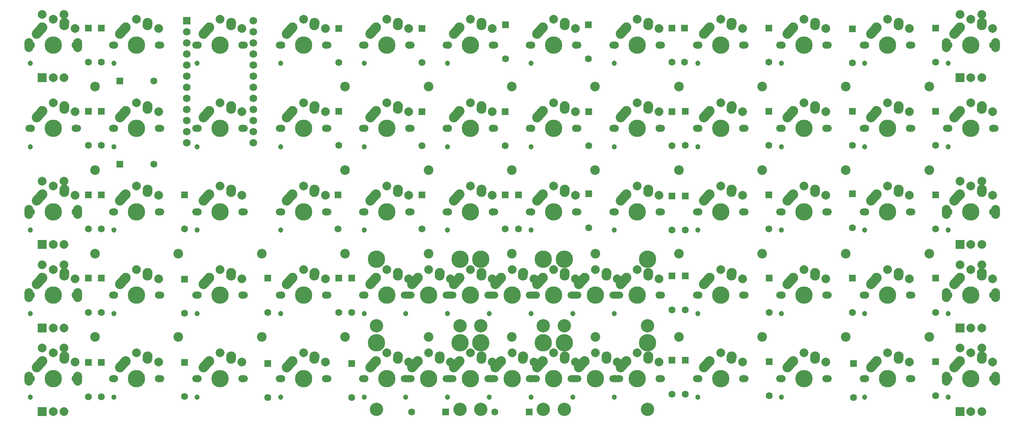
<source format=gts>
G04 #@! TF.GenerationSoftware,KiCad,Pcbnew,7.0.2-0*
G04 #@! TF.CreationDate,2024-02-01T11:31:52+01:00*
G04 #@! TF.ProjectId,CYOA_Ortho,43594f41-5f4f-4727-9468-6f2e6b696361,rev?*
G04 #@! TF.SameCoordinates,Original*
G04 #@! TF.FileFunction,Soldermask,Top*
G04 #@! TF.FilePolarity,Negative*
%FSLAX46Y46*%
G04 Gerber Fmt 4.6, Leading zero omitted, Abs format (unit mm)*
G04 Created by KiCad (PCBNEW 7.0.2-0) date 2024-02-01 11:31:52*
%MOMM*%
%LPD*%
G01*
G04 APERTURE LIST*
G04 Aperture macros list*
%AMHorizOval*
0 Thick line with rounded ends*
0 $1 width*
0 $2 $3 position (X,Y) of the first rounded end (center of the circle)*
0 $4 $5 position (X,Y) of the second rounded end (center of the circle)*
0 Add line between two ends*
20,1,$1,$2,$3,$4,$5,0*
0 Add two circle primitives to create the rounded ends*
1,1,$1,$2,$3*
1,1,$1,$4,$5*%
G04 Aperture macros list end*
%ADD10R,1.600000X1.600000*%
%ADD11C,1.600000*%
%ADD12C,1.700000*%
%ADD13C,1.200000*%
%ADD14C,1.750000*%
%ADD15C,3.987800*%
%ADD16HorizOval,2.250000X0.019771X0.290016X-0.019771X-0.290016X0*%
%ADD17C,2.250000*%
%ADD18C,2.000000*%
%ADD19HorizOval,2.250000X0.654995X0.730004X-0.654995X-0.730004X0*%
%ADD20O,2.000000X3.200000*%
%ADD21R,2.000000X2.000000*%
%ADD22C,2.200000*%
%ADD23C,3.048000*%
%ADD24R,1.752600X1.752600*%
%ADD25C,1.752600*%
G04 APERTURE END LIST*
D10*
X75438000Y-118020000D03*
D11*
X75438000Y-125820000D03*
D12*
X116262500Y-102662500D03*
D13*
X116542500Y-106862500D03*
D14*
X116682500Y-102662500D03*
D15*
X121762500Y-102662500D03*
D14*
X126842500Y-102662500D03*
D12*
X127262500Y-102662500D03*
D16*
X124282271Y-97872484D03*
D17*
X124302500Y-97582500D03*
D18*
X126762500Y-98862500D03*
D19*
X118607495Y-99392496D03*
D17*
X119262500Y-98662500D03*
D18*
X121762500Y-96762500D03*
D20*
X249862500Y-83562500D03*
X261062500Y-83562500D03*
D21*
X252962500Y-91062500D03*
D18*
X257962500Y-91062500D03*
X255462500Y-91062500D03*
X257962500Y-76562500D03*
X252962500Y-76562500D03*
D10*
X75438000Y-98970000D03*
D11*
X75438000Y-106770000D03*
D12*
X249962500Y-64462500D03*
D13*
X250242500Y-68662500D03*
D14*
X250382500Y-64462500D03*
D15*
X255462500Y-64462500D03*
D14*
X260542500Y-64462500D03*
D12*
X260962500Y-64462500D03*
D16*
X257982271Y-59672484D03*
D17*
X258002500Y-59382500D03*
D18*
X260462500Y-60662500D03*
D19*
X252307495Y-61192496D03*
D17*
X252962500Y-60462500D03*
D18*
X255462500Y-58562500D03*
D12*
X58962500Y-121762500D03*
D13*
X59242500Y-125962500D03*
D14*
X59382500Y-121762500D03*
D15*
X64462500Y-121762500D03*
D14*
X69542500Y-121762500D03*
D12*
X69962500Y-121762500D03*
D16*
X66982271Y-116972484D03*
D17*
X67002500Y-116682500D03*
D18*
X69462500Y-117962500D03*
D19*
X61307495Y-118492496D03*
D17*
X61962500Y-117762500D03*
D18*
X64462500Y-115862500D03*
D10*
X56400000Y-41462500D03*
D11*
X56400000Y-49262500D03*
D12*
X135362500Y-45362500D03*
D13*
X135642500Y-49562500D03*
D14*
X135782500Y-45362500D03*
D15*
X140862500Y-45362500D03*
D14*
X145942500Y-45362500D03*
D12*
X146362500Y-45362500D03*
D16*
X143382271Y-40572484D03*
D17*
X143402500Y-40282500D03*
D18*
X145862500Y-41562500D03*
D19*
X137707495Y-42092496D03*
D17*
X138362500Y-41362500D03*
D18*
X140862500Y-39462500D03*
D22*
X207712500Y-74012500D03*
D12*
X78062500Y-102662500D03*
D13*
X78342500Y-106862500D03*
D14*
X78482500Y-102662500D03*
D15*
X83562500Y-102662500D03*
D14*
X88642500Y-102662500D03*
D12*
X89062500Y-102662500D03*
D16*
X86082271Y-97872484D03*
D17*
X86102500Y-97582500D03*
D18*
X88562500Y-98862500D03*
D19*
X80407495Y-99392496D03*
D17*
X81062500Y-98662500D03*
D18*
X83562500Y-96762500D03*
D22*
X226800000Y-112212500D03*
X74025000Y-93112500D03*
D10*
X187000000Y-117512000D03*
D11*
X187000000Y-125312000D03*
D10*
X135200000Y-129400000D03*
D11*
X127400000Y-129400000D03*
D10*
X228300000Y-79412000D03*
D11*
X228300000Y-87212000D03*
D20*
X249862500Y-121762500D03*
X261062500Y-121762500D03*
D21*
X252962500Y-129262500D03*
D18*
X257962500Y-129262500D03*
X255462500Y-129262500D03*
X257962500Y-114762500D03*
X252962500Y-114762500D03*
D22*
X207712500Y-93112500D03*
D10*
X247400000Y-60562500D03*
D11*
X247400000Y-68362500D03*
D22*
X54912500Y-112212500D03*
D12*
X249962500Y-121762500D03*
D13*
X250242500Y-125962500D03*
D14*
X250382500Y-121762500D03*
D15*
X255462500Y-121762500D03*
D14*
X260542500Y-121762500D03*
D12*
X260962500Y-121762500D03*
D16*
X257982271Y-116972484D03*
D17*
X258002500Y-116682500D03*
D18*
X260462500Y-117962500D03*
D19*
X252307495Y-118492496D03*
D17*
X252962500Y-117762500D03*
D18*
X255462500Y-115862500D03*
D12*
X116262500Y-64462500D03*
D13*
X116542500Y-68662500D03*
D14*
X116682500Y-64462500D03*
D15*
X121762500Y-64462500D03*
D14*
X126842500Y-64462500D03*
D12*
X127262500Y-64462500D03*
D16*
X124282271Y-59672484D03*
D17*
X124302500Y-59382500D03*
D18*
X126762500Y-60662500D03*
D19*
X118607495Y-61192496D03*
D17*
X119262500Y-60462500D03*
D18*
X121762500Y-58562500D03*
D12*
X192662500Y-102662500D03*
D13*
X192942500Y-106862500D03*
D14*
X193082500Y-102662500D03*
D15*
X198162500Y-102662500D03*
D14*
X203242500Y-102662500D03*
D12*
X203662500Y-102662500D03*
D16*
X200682271Y-97872484D03*
D17*
X200702500Y-97582500D03*
D18*
X203162500Y-98862500D03*
D19*
X195007495Y-99392496D03*
D17*
X195662500Y-98662500D03*
D18*
X198162500Y-96762500D03*
D15*
X119374500Y-113507500D03*
D23*
X119374500Y-128747500D03*
D12*
X125812500Y-121762500D03*
D13*
X126092500Y-125962500D03*
D14*
X126232500Y-121762500D03*
D15*
X131312500Y-121762500D03*
D14*
X136392500Y-121762500D03*
D12*
X136812500Y-121762500D03*
D15*
X143250500Y-113507500D03*
D23*
X143250500Y-128747500D03*
D19*
X128157495Y-118492496D03*
D17*
X128812500Y-117762500D03*
D18*
X131312500Y-115862500D03*
D16*
X133832271Y-116972484D03*
D17*
X133852500Y-116682500D03*
D18*
X136312500Y-117962500D03*
D12*
X173562500Y-102662500D03*
D13*
X173842500Y-106862500D03*
D14*
X173982500Y-102662500D03*
D15*
X179062500Y-102662500D03*
D14*
X184142500Y-102662500D03*
D12*
X184562500Y-102662500D03*
D16*
X181582271Y-97872484D03*
D17*
X181602500Y-97582500D03*
D18*
X184062500Y-98862500D03*
D19*
X175907495Y-99392496D03*
D17*
X176562500Y-98662500D03*
D18*
X179062500Y-96762500D03*
D10*
X148844000Y-79666000D03*
D11*
X148844000Y-87466000D03*
D10*
X247400000Y-117862500D03*
D11*
X247400000Y-125662500D03*
D10*
X190100000Y-98208000D03*
D11*
X190100000Y-106008000D03*
D10*
X53400000Y-118068750D03*
D11*
X53400000Y-125868750D03*
D12*
X230862500Y-64462500D03*
D13*
X231142500Y-68662500D03*
D14*
X231282500Y-64462500D03*
D15*
X236362500Y-64462500D03*
D14*
X241442500Y-64462500D03*
D12*
X241862500Y-64462500D03*
D16*
X238882271Y-59672484D03*
D17*
X238902500Y-59382500D03*
D18*
X241362500Y-60662500D03*
D19*
X233207495Y-61192496D03*
D17*
X233862500Y-60462500D03*
D18*
X236362500Y-58562500D03*
D10*
X53400000Y-79662500D03*
D11*
X53400000Y-87462500D03*
D10*
X53400000Y-41462500D03*
D11*
X53400000Y-49262500D03*
D10*
X129794000Y-79666000D03*
D11*
X129794000Y-87466000D03*
D22*
X112200000Y-74012500D03*
X169512500Y-112212500D03*
X112200000Y-54912500D03*
D12*
X97162500Y-83562500D03*
D13*
X97442500Y-87762500D03*
D14*
X97582500Y-83562500D03*
D15*
X102662500Y-83562500D03*
D14*
X107742500Y-83562500D03*
D12*
X108162500Y-83562500D03*
D16*
X105182271Y-78772484D03*
D17*
X105202500Y-78482500D03*
D18*
X107662500Y-79762500D03*
D19*
X99507495Y-80292496D03*
D17*
X100162500Y-79562500D03*
D18*
X102662500Y-77662500D03*
D12*
X230862500Y-45362500D03*
D13*
X231142500Y-49562500D03*
D14*
X231282500Y-45362500D03*
D15*
X236362500Y-45362500D03*
D14*
X241442500Y-45362500D03*
D12*
X241862500Y-45362500D03*
D16*
X238882271Y-40572484D03*
D17*
X238902500Y-40282500D03*
D18*
X241362500Y-41562500D03*
D19*
X233207495Y-42092496D03*
D17*
X233862500Y-41362500D03*
D18*
X236362500Y-39462500D03*
D12*
X154462500Y-121762500D03*
D13*
X154742500Y-125962500D03*
D14*
X154882500Y-121762500D03*
D15*
X159962500Y-121762500D03*
D14*
X165042500Y-121762500D03*
D12*
X165462500Y-121762500D03*
D16*
X162482271Y-116972484D03*
D17*
X162502500Y-116682500D03*
D18*
X164962500Y-117962500D03*
D19*
X156807495Y-118492496D03*
D17*
X157462500Y-117762500D03*
D18*
X159962500Y-115862500D03*
D12*
X39862500Y-64462500D03*
D13*
X40142500Y-68662500D03*
D14*
X40282500Y-64462500D03*
D15*
X45362500Y-64462500D03*
D14*
X50442500Y-64462500D03*
D12*
X50862500Y-64462500D03*
D16*
X47882271Y-59672484D03*
D17*
X47902500Y-59382500D03*
D18*
X50362500Y-60662500D03*
D19*
X42207495Y-61192496D03*
D17*
X42862500Y-60462500D03*
D18*
X45362500Y-58562500D03*
D22*
X169418000Y-74012500D03*
D12*
X154462500Y-102662500D03*
D13*
X154742500Y-106862500D03*
D14*
X154882500Y-102662500D03*
D15*
X159962500Y-102662500D03*
D14*
X165042500Y-102662500D03*
D12*
X165462500Y-102662500D03*
D16*
X162482271Y-97872484D03*
D17*
X162502500Y-97582500D03*
D18*
X164962500Y-98862500D03*
D19*
X156807495Y-99392496D03*
D17*
X157462500Y-98662500D03*
D18*
X159962500Y-96762500D03*
D12*
X211762500Y-64462500D03*
D13*
X212042500Y-68662500D03*
D14*
X212182500Y-64462500D03*
D15*
X217262500Y-64462500D03*
D14*
X222342500Y-64462500D03*
D12*
X222762500Y-64462500D03*
D16*
X219782271Y-59672484D03*
D17*
X219802500Y-59382500D03*
D18*
X222262500Y-60662500D03*
D19*
X214107495Y-61192496D03*
D17*
X214762500Y-60462500D03*
D18*
X217262500Y-58562500D03*
D10*
X110700000Y-98762500D03*
D11*
X110700000Y-106562500D03*
D10*
X154300000Y-129400000D03*
D11*
X146500000Y-129400000D03*
D12*
X78062500Y-64462500D03*
D13*
X78342500Y-68662500D03*
D14*
X78482500Y-64462500D03*
D15*
X83562500Y-64462500D03*
D14*
X88642500Y-64462500D03*
D12*
X89062500Y-64462500D03*
D16*
X86082271Y-59672484D03*
D17*
X86102500Y-59382500D03*
D18*
X88562500Y-60662500D03*
D19*
X80407495Y-61192496D03*
D17*
X81062500Y-60462500D03*
D18*
X83562500Y-58562500D03*
D12*
X211762500Y-45362500D03*
D13*
X212042500Y-49562500D03*
D14*
X212182500Y-45362500D03*
D15*
X217262500Y-45362500D03*
D14*
X222342500Y-45362500D03*
D12*
X222762500Y-45362500D03*
D16*
X219782271Y-40572484D03*
D17*
X219802500Y-40282500D03*
D18*
X222262500Y-41562500D03*
D19*
X214107495Y-42092496D03*
D17*
X214762500Y-41362500D03*
D18*
X217262500Y-39462500D03*
D10*
X56400000Y-60562500D03*
D11*
X56400000Y-68362500D03*
D22*
X226800000Y-74012500D03*
D10*
X53400000Y-98762500D03*
D11*
X53400000Y-106562500D03*
D22*
X245912500Y-93112500D03*
D10*
X247400000Y-98762500D03*
D11*
X247400000Y-106562500D03*
D22*
X54912500Y-74012500D03*
D10*
X209200000Y-41462500D03*
D11*
X209200000Y-49262500D03*
D12*
X39862500Y-121762500D03*
D13*
X40142500Y-125962500D03*
D14*
X40282500Y-121762500D03*
D15*
X45362500Y-121762500D03*
D14*
X50442500Y-121762500D03*
D12*
X50862500Y-121762500D03*
D16*
X47882271Y-116972484D03*
D17*
X47902500Y-116682500D03*
D18*
X50362500Y-117962500D03*
D19*
X42207495Y-118492496D03*
D17*
X42862500Y-117762500D03*
D18*
X45362500Y-115862500D03*
D12*
X97162500Y-45362500D03*
D13*
X97442500Y-49562500D03*
D14*
X97582500Y-45362500D03*
D15*
X102662500Y-45362500D03*
D14*
X107742500Y-45362500D03*
D12*
X108162500Y-45362500D03*
D16*
X105182271Y-40572484D03*
D17*
X105202500Y-40282500D03*
D18*
X107662500Y-41562500D03*
D19*
X99507495Y-42092496D03*
D17*
X100162500Y-41362500D03*
D18*
X102662500Y-39462500D03*
D12*
X173562500Y-64462500D03*
D13*
X173842500Y-68662500D03*
D14*
X173982500Y-64462500D03*
D15*
X179062500Y-64462500D03*
D14*
X184142500Y-64462500D03*
D12*
X184562500Y-64462500D03*
D16*
X181582271Y-59672484D03*
D17*
X181602500Y-59382500D03*
D18*
X184062500Y-60662500D03*
D19*
X175907495Y-61192496D03*
D17*
X176562500Y-60462500D03*
D18*
X179062500Y-58562500D03*
D22*
X150400000Y-112212500D03*
D12*
X116262500Y-45362500D03*
D13*
X116542500Y-49562500D03*
D14*
X116682500Y-45362500D03*
D15*
X121762500Y-45362500D03*
D14*
X126842500Y-45362500D03*
D12*
X127262500Y-45362500D03*
D16*
X124282271Y-40572484D03*
D17*
X124302500Y-40282500D03*
D18*
X126762500Y-41562500D03*
D19*
X118607495Y-42092496D03*
D17*
X119262500Y-41362500D03*
D18*
X121762500Y-39462500D03*
D22*
X93112500Y-112212500D03*
D12*
X135362500Y-64462500D03*
D13*
X135642500Y-68662500D03*
D14*
X135782500Y-64462500D03*
D15*
X140862500Y-64462500D03*
D14*
X145942500Y-64462500D03*
D12*
X146362500Y-64462500D03*
D16*
X143382271Y-59672484D03*
D17*
X143402500Y-59382500D03*
D18*
X145862500Y-60662500D03*
D19*
X137707495Y-61192496D03*
D17*
X138362500Y-60462500D03*
D18*
X140862500Y-58562500D03*
D22*
X131312500Y-74012500D03*
D10*
X167900000Y-40700000D03*
D11*
X167900000Y-48500000D03*
D12*
X39862500Y-102662500D03*
D13*
X40142500Y-106862500D03*
D14*
X40282500Y-102662500D03*
D15*
X45362500Y-102662500D03*
D14*
X50442500Y-102662500D03*
D12*
X50862500Y-102662500D03*
D16*
X47882271Y-97872484D03*
D17*
X47902500Y-97582500D03*
D18*
X50362500Y-98862500D03*
D19*
X42207495Y-99392496D03*
D17*
X42862500Y-98662500D03*
D18*
X45362500Y-96762500D03*
D22*
X169512500Y-93112500D03*
D12*
X116262500Y-83562500D03*
D13*
X116542500Y-87762500D03*
D14*
X116682500Y-83562500D03*
D15*
X121762500Y-83562500D03*
D14*
X126842500Y-83562500D03*
D12*
X127262500Y-83562500D03*
D16*
X124282271Y-78772484D03*
D17*
X124302500Y-78482500D03*
D18*
X126762500Y-79762500D03*
D19*
X118607495Y-80292496D03*
D17*
X119262500Y-79562500D03*
D18*
X121762500Y-77662500D03*
D10*
X228300000Y-60562500D03*
D11*
X228300000Y-68362500D03*
D12*
X192662500Y-45362500D03*
D13*
X192942500Y-49562500D03*
D14*
X193082500Y-45362500D03*
D15*
X198162500Y-45362500D03*
D14*
X203242500Y-45362500D03*
D12*
X203662500Y-45362500D03*
D16*
X200682271Y-40572484D03*
D17*
X200702500Y-40282500D03*
D18*
X203162500Y-41562500D03*
D19*
X195007495Y-42092496D03*
D17*
X195662500Y-41362500D03*
D18*
X198162500Y-39462500D03*
D22*
X245912500Y-54912500D03*
D12*
X58962500Y-83562500D03*
D13*
X59242500Y-87762500D03*
D14*
X59382500Y-83562500D03*
D15*
X64462500Y-83562500D03*
D14*
X69542500Y-83562500D03*
D12*
X69962500Y-83562500D03*
D16*
X66982271Y-78772484D03*
D17*
X67002500Y-78482500D03*
D18*
X69462500Y-79762500D03*
D19*
X61307495Y-80292496D03*
D17*
X61962500Y-79562500D03*
D18*
X64462500Y-77662500D03*
D22*
X169418000Y-54912500D03*
X131312500Y-112212500D03*
D10*
X168000000Y-60616000D03*
D11*
X168000000Y-68416000D03*
D10*
X209318250Y-98762500D03*
D11*
X209318250Y-106562500D03*
D22*
X150400000Y-74012500D03*
D10*
X190100000Y-117512000D03*
D11*
X190100000Y-125312000D03*
D22*
X112200000Y-93112500D03*
D10*
X60616000Y-53594000D03*
D11*
X68416000Y-53594000D03*
D22*
X207712500Y-54912500D03*
D10*
X110600000Y-79662500D03*
D11*
X110600000Y-87462500D03*
D22*
X245912500Y-112212500D03*
D10*
X56400000Y-79662500D03*
D11*
X56400000Y-87462500D03*
D15*
X157574500Y-113507500D03*
D23*
X157574500Y-128747500D03*
D12*
X164012500Y-121762500D03*
D13*
X164292500Y-125962500D03*
D14*
X164432500Y-121762500D03*
D15*
X169512500Y-121762500D03*
D14*
X174592500Y-121762500D03*
D12*
X175012500Y-121762500D03*
D15*
X181450500Y-113507500D03*
D23*
X181450500Y-128747500D03*
D19*
X166357495Y-118492496D03*
D17*
X167012500Y-117762500D03*
D18*
X169512500Y-115862500D03*
D16*
X172032271Y-116972484D03*
D17*
X172052500Y-116682500D03*
D18*
X174512500Y-117962500D03*
D12*
X58962500Y-45362500D03*
D13*
X59242500Y-49562500D03*
D14*
X59382500Y-45362500D03*
D15*
X64462500Y-45362500D03*
D14*
X69542500Y-45362500D03*
D12*
X69962500Y-45362500D03*
D16*
X66982271Y-40572484D03*
D17*
X67002500Y-40282500D03*
D18*
X69462500Y-41562500D03*
D19*
X61307495Y-42092496D03*
D17*
X61962500Y-41362500D03*
D18*
X64462500Y-39462500D03*
D12*
X97162500Y-64462500D03*
D13*
X97442500Y-68662500D03*
D14*
X97582500Y-64462500D03*
D15*
X102662500Y-64462500D03*
D14*
X107742500Y-64462500D03*
D12*
X108162500Y-64462500D03*
D16*
X105182271Y-59672484D03*
D17*
X105202500Y-59382500D03*
D18*
X107662500Y-60662500D03*
D19*
X99507495Y-61192496D03*
D17*
X100162500Y-60462500D03*
D18*
X102662500Y-58562500D03*
D15*
X138474500Y-94407500D03*
D23*
X138474500Y-109647500D03*
D12*
X144912500Y-102662500D03*
D13*
X145192500Y-106862500D03*
D14*
X145332500Y-102662500D03*
D15*
X150412500Y-102662500D03*
D14*
X155492500Y-102662500D03*
D12*
X155912500Y-102662500D03*
D15*
X162350500Y-94407500D03*
D23*
X162350500Y-109647500D03*
D19*
X147257495Y-99392496D03*
D17*
X147912500Y-98662500D03*
D18*
X150412500Y-96762500D03*
D16*
X152932271Y-97872484D03*
D17*
X152952500Y-97582500D03*
D18*
X155412500Y-98862500D03*
D15*
X157574500Y-94407500D03*
D23*
X157574500Y-109647500D03*
D12*
X164012500Y-102662500D03*
D13*
X164292500Y-106862500D03*
D14*
X164432500Y-102662500D03*
D15*
X169512500Y-102662500D03*
D14*
X174592500Y-102662500D03*
D12*
X175012500Y-102662500D03*
D15*
X181450500Y-94407500D03*
D23*
X181450500Y-109647500D03*
D19*
X166357495Y-99392496D03*
D17*
X167012500Y-98662500D03*
D18*
X169512500Y-96762500D03*
D16*
X172032271Y-97872484D03*
D17*
X172052500Y-97582500D03*
D18*
X174512500Y-98862500D03*
D10*
X187000000Y-79920000D03*
D11*
X187000000Y-87720000D03*
D12*
X211762500Y-102662500D03*
D13*
X212042500Y-106862500D03*
D14*
X212182500Y-102662500D03*
D15*
X217262500Y-102662500D03*
D14*
X222342500Y-102662500D03*
D12*
X222762500Y-102662500D03*
D16*
X219782271Y-97872484D03*
D17*
X219802500Y-97582500D03*
D18*
X222262500Y-98862500D03*
D19*
X214107495Y-99392496D03*
D17*
X214762500Y-98662500D03*
D18*
X217262500Y-96762500D03*
D22*
X245912500Y-74012500D03*
X226800000Y-54912500D03*
D12*
X78062500Y-83562500D03*
D13*
X78342500Y-87762500D03*
D14*
X78482500Y-83562500D03*
D15*
X83562500Y-83562500D03*
D14*
X88642500Y-83562500D03*
D12*
X89062500Y-83562500D03*
D16*
X86082271Y-78772484D03*
D17*
X86102500Y-78482500D03*
D18*
X88562500Y-79762500D03*
D19*
X80407495Y-80292496D03*
D17*
X81062500Y-79562500D03*
D18*
X83562500Y-77662500D03*
D12*
X97162500Y-102662500D03*
D13*
X97442500Y-106862500D03*
D14*
X97582500Y-102662500D03*
D15*
X102662500Y-102662500D03*
D14*
X107742500Y-102662500D03*
D12*
X108162500Y-102662500D03*
D16*
X105182271Y-97872484D03*
D17*
X105202500Y-97582500D03*
D18*
X107662500Y-98862500D03*
D19*
X99507495Y-99392496D03*
D17*
X100162500Y-98662500D03*
D18*
X102662500Y-96762500D03*
D12*
X135362500Y-102662500D03*
D13*
X135642500Y-106862500D03*
D14*
X135782500Y-102662500D03*
D15*
X140862500Y-102662500D03*
D14*
X145942500Y-102662500D03*
D12*
X146362500Y-102662500D03*
D16*
X143382271Y-97872484D03*
D17*
X143402500Y-97582500D03*
D18*
X145862500Y-98862500D03*
D19*
X137707495Y-99392496D03*
D17*
X138362500Y-98662500D03*
D18*
X140862500Y-96762500D03*
D12*
X39862500Y-83562500D03*
D13*
X40142500Y-87762500D03*
D14*
X40282500Y-83562500D03*
D15*
X45362500Y-83562500D03*
D14*
X50442500Y-83562500D03*
D12*
X50862500Y-83562500D03*
D16*
X47882271Y-78772484D03*
D17*
X47902500Y-78482500D03*
D18*
X50362500Y-79762500D03*
D19*
X42207495Y-80292496D03*
D17*
X42862500Y-79562500D03*
D18*
X45362500Y-77662500D03*
D10*
X168000000Y-79412000D03*
D11*
X168000000Y-87212000D03*
D12*
X173562500Y-121762500D03*
D13*
X173842500Y-125962500D03*
D14*
X173982500Y-121762500D03*
D15*
X179062500Y-121762500D03*
D14*
X184142500Y-121762500D03*
D12*
X184562500Y-121762500D03*
D16*
X181582271Y-116972484D03*
D17*
X181602500Y-116682500D03*
D18*
X184062500Y-117962500D03*
D19*
X175907495Y-118492496D03*
D17*
X176562500Y-117762500D03*
D18*
X179062500Y-115862500D03*
D12*
X154462500Y-45362500D03*
D13*
X154742500Y-49562500D03*
D14*
X154882500Y-45362500D03*
D15*
X159962500Y-45362500D03*
D14*
X165042500Y-45362500D03*
D12*
X165462500Y-45362500D03*
D16*
X162482271Y-40572484D03*
D17*
X162502500Y-40282500D03*
D18*
X164962500Y-41562500D03*
D19*
X156807495Y-42092496D03*
D17*
X157462500Y-41362500D03*
D18*
X159962500Y-39462500D03*
D12*
X211762500Y-121762500D03*
D13*
X212042500Y-125962500D03*
D14*
X212182500Y-121762500D03*
D15*
X217262500Y-121762500D03*
D14*
X222342500Y-121762500D03*
D12*
X222762500Y-121762500D03*
D16*
X219782271Y-116972484D03*
D17*
X219802500Y-116682500D03*
D18*
X222262500Y-117962500D03*
D19*
X214107495Y-118492496D03*
D17*
X214762500Y-117762500D03*
D18*
X217262500Y-115862500D03*
D22*
X188600000Y-112212500D03*
D12*
X192662500Y-121762500D03*
D13*
X192942500Y-125962500D03*
D14*
X193082500Y-121762500D03*
D15*
X198162500Y-121762500D03*
D14*
X203242500Y-121762500D03*
D12*
X203662500Y-121762500D03*
D16*
X200682271Y-116972484D03*
D17*
X200702500Y-116682500D03*
D18*
X203162500Y-117962500D03*
D19*
X195007495Y-118492496D03*
D17*
X195662500Y-117762500D03*
D18*
X198162500Y-115862500D03*
D12*
X58962500Y-102662500D03*
D13*
X59242500Y-106862500D03*
D14*
X59382500Y-102662500D03*
D15*
X64462500Y-102662500D03*
D14*
X69542500Y-102662500D03*
D12*
X69962500Y-102662500D03*
D16*
X66982271Y-97872484D03*
D17*
X67002500Y-97582500D03*
D18*
X69462500Y-98862500D03*
D19*
X61307495Y-99392496D03*
D17*
X61962500Y-98662500D03*
D18*
X64462500Y-96762500D03*
D12*
X230862500Y-121762500D03*
D13*
X231142500Y-125962500D03*
D14*
X231282500Y-121762500D03*
D15*
X236362500Y-121762500D03*
D14*
X241442500Y-121762500D03*
D12*
X241862500Y-121762500D03*
D16*
X238882271Y-116972484D03*
D17*
X238902500Y-116682500D03*
D18*
X241362500Y-117962500D03*
D19*
X233207495Y-118492496D03*
D17*
X233862500Y-117762500D03*
D18*
X236362500Y-115862500D03*
D10*
X209318250Y-117862500D03*
D11*
X209318250Y-125662500D03*
D10*
X187000000Y-60616000D03*
D11*
X187000000Y-68416000D03*
D12*
X39862500Y-45362500D03*
D13*
X40142500Y-49562500D03*
D14*
X40282500Y-45362500D03*
D15*
X45362500Y-45362500D03*
D14*
X50442500Y-45362500D03*
D12*
X50862500Y-45362500D03*
D16*
X47882271Y-40572484D03*
D17*
X47902500Y-40282500D03*
D18*
X50362500Y-41562500D03*
D19*
X42207495Y-42092496D03*
D17*
X42862500Y-41362500D03*
D18*
X45362500Y-39462500D03*
D22*
X93112500Y-93112500D03*
D12*
X249962500Y-102662500D03*
D13*
X250242500Y-106862500D03*
D14*
X250382500Y-102662500D03*
D15*
X255462500Y-102662500D03*
D14*
X260542500Y-102662500D03*
D12*
X260962500Y-102662500D03*
D16*
X257982271Y-97872484D03*
D17*
X258002500Y-97582500D03*
D18*
X260462500Y-98862500D03*
D19*
X252307495Y-99392496D03*
D17*
X252962500Y-98662500D03*
D18*
X255462500Y-96762500D03*
D10*
X56400000Y-98762500D03*
D11*
X56400000Y-106562500D03*
D20*
X249862500Y-102662500D03*
X261062500Y-102662500D03*
D21*
X252962500Y-110162500D03*
D18*
X257962500Y-110162500D03*
X255462500Y-110162500D03*
X257962500Y-95662500D03*
X252962500Y-95662500D03*
D10*
X113700000Y-98762500D03*
D11*
X113700000Y-106562500D03*
D22*
X207712500Y-112212500D03*
X188600000Y-74012500D03*
D12*
X249962500Y-45362500D03*
D13*
X250242500Y-49562500D03*
D14*
X250382500Y-45362500D03*
D15*
X255462500Y-45362500D03*
D14*
X260542500Y-45362500D03*
D12*
X260962500Y-45362500D03*
D16*
X257982271Y-40572484D03*
D17*
X258002500Y-40282500D03*
D18*
X260462500Y-41562500D03*
D19*
X252307495Y-42092496D03*
D17*
X252962500Y-41362500D03*
D18*
X255462500Y-39462500D03*
D12*
X192662500Y-83562500D03*
D13*
X192942500Y-87762500D03*
D14*
X193082500Y-83562500D03*
D15*
X198162500Y-83562500D03*
D14*
X203242500Y-83562500D03*
D12*
X203662500Y-83562500D03*
D16*
X200682271Y-78772484D03*
D17*
X200702500Y-78482500D03*
D18*
X203162500Y-79762500D03*
D19*
X195007495Y-80292496D03*
D17*
X195662500Y-79562500D03*
D18*
X198162500Y-77662500D03*
D15*
X138474500Y-113507500D03*
D23*
X138474500Y-128747500D03*
D12*
X144912500Y-121762500D03*
D13*
X145192500Y-125962500D03*
D14*
X145332500Y-121762500D03*
D15*
X150412500Y-121762500D03*
D14*
X155492500Y-121762500D03*
D12*
X155912500Y-121762500D03*
D15*
X162350500Y-113507500D03*
D23*
X162350500Y-128747500D03*
D19*
X147257495Y-118492496D03*
D17*
X147912500Y-117762500D03*
D18*
X150412500Y-115862500D03*
D16*
X152932271Y-116972484D03*
D17*
X152952500Y-116682500D03*
D18*
X155412500Y-117962500D03*
D10*
X228554000Y-118274000D03*
D11*
X228554000Y-126074000D03*
D20*
X249862500Y-45362500D03*
X261062500Y-45362500D03*
D21*
X252962500Y-52862500D03*
D18*
X257962500Y-52862500D03*
X255462500Y-52862500D03*
X257962500Y-38362500D03*
X252962500Y-38362500D03*
D10*
X190100000Y-60562500D03*
D11*
X190100000Y-68362500D03*
D10*
X110744000Y-60562500D03*
D11*
X110744000Y-68362500D03*
D22*
X74025000Y-112212500D03*
D12*
X116262500Y-121762500D03*
D13*
X116542500Y-125962500D03*
D14*
X116682500Y-121762500D03*
D15*
X121762500Y-121762500D03*
D14*
X126842500Y-121762500D03*
D12*
X127262500Y-121762500D03*
D16*
X124282271Y-116972484D03*
D17*
X124302500Y-116682500D03*
D18*
X126762500Y-117962500D03*
D19*
X118607495Y-118492496D03*
D17*
X119262500Y-117762500D03*
D18*
X121762500Y-115862500D03*
D10*
X94488000Y-118274000D03*
D11*
X94488000Y-126074000D03*
D10*
X247400000Y-79662500D03*
D11*
X247400000Y-87462500D03*
D20*
X39762500Y-121762500D03*
X50962500Y-121762500D03*
D21*
X42862500Y-129262500D03*
D18*
X47862500Y-129262500D03*
X45362500Y-129262500D03*
X47862500Y-114762500D03*
X42862500Y-114762500D03*
D10*
X247400000Y-41462500D03*
D11*
X247400000Y-49262500D03*
D10*
X53400000Y-60562500D03*
D11*
X53400000Y-68362500D03*
D24*
X75942500Y-39830000D03*
D25*
X75942500Y-42370000D03*
X75942500Y-44910000D03*
X75942500Y-47450000D03*
X75942500Y-49990000D03*
X75942500Y-52530000D03*
X75942500Y-55070000D03*
X75942500Y-57610000D03*
X75942500Y-60150000D03*
X75942500Y-62690000D03*
X75942500Y-65230000D03*
X75942500Y-67770000D03*
X91182500Y-67770000D03*
X91182500Y-65230000D03*
X91182500Y-62690000D03*
X91182500Y-60150000D03*
X91182500Y-57610000D03*
X91182500Y-55070000D03*
X91182500Y-52530000D03*
X91182500Y-49990000D03*
X91182500Y-47450000D03*
X91182500Y-44910000D03*
X91182500Y-42370000D03*
X91182500Y-39830000D03*
D10*
X129794000Y-41566000D03*
D11*
X129794000Y-49366000D03*
D22*
X150400000Y-93112500D03*
D10*
X209200000Y-79662500D03*
D11*
X209200000Y-87462500D03*
D10*
X189914250Y-41462500D03*
D11*
X189914250Y-49262500D03*
D12*
X249962500Y-83562500D03*
D13*
X250242500Y-87762500D03*
D14*
X250382500Y-83562500D03*
D15*
X255462500Y-83562500D03*
D14*
X260542500Y-83562500D03*
D12*
X260962500Y-83562500D03*
D16*
X257982271Y-78772484D03*
D17*
X258002500Y-78482500D03*
D18*
X260462500Y-79762500D03*
D19*
X252307495Y-80292496D03*
D17*
X252962500Y-79562500D03*
D18*
X255462500Y-77662500D03*
D12*
X154462500Y-64462500D03*
D13*
X154742500Y-68662500D03*
D14*
X154882500Y-64462500D03*
D15*
X159962500Y-64462500D03*
D14*
X165042500Y-64462500D03*
D12*
X165462500Y-64462500D03*
D16*
X162482271Y-59672484D03*
D17*
X162502500Y-59382500D03*
D18*
X164962500Y-60662500D03*
D19*
X156807495Y-61192496D03*
D17*
X157462500Y-60462500D03*
D18*
X159962500Y-58562500D03*
D10*
X190100000Y-79920000D03*
D11*
X190100000Y-87720000D03*
D12*
X173562500Y-83562500D03*
D13*
X173842500Y-87762500D03*
D14*
X173982500Y-83562500D03*
D15*
X179062500Y-83562500D03*
D14*
X184142500Y-83562500D03*
D12*
X184562500Y-83562500D03*
D16*
X181582271Y-78772484D03*
D17*
X181602500Y-78482500D03*
D18*
X184062500Y-79762500D03*
D19*
X175907495Y-80292496D03*
D17*
X176562500Y-79562500D03*
D18*
X179062500Y-77662500D03*
D12*
X78062500Y-45362500D03*
D13*
X78342500Y-49562500D03*
D14*
X78482500Y-45362500D03*
D15*
X83562500Y-45362500D03*
D14*
X88642500Y-45362500D03*
D12*
X89062500Y-45362500D03*
D16*
X86082271Y-40572484D03*
D17*
X86102500Y-40282500D03*
D18*
X88562500Y-41562500D03*
D19*
X80407495Y-42092496D03*
D17*
X81062500Y-41362500D03*
D18*
X83562500Y-39462500D03*
D12*
X97162500Y-121762500D03*
D13*
X97442500Y-125962500D03*
D14*
X97582500Y-121762500D03*
D15*
X102662500Y-121762500D03*
D14*
X107742500Y-121762500D03*
D12*
X108162500Y-121762500D03*
D16*
X105182271Y-116972484D03*
D17*
X105202500Y-116682500D03*
D18*
X107662500Y-117962500D03*
D19*
X99507495Y-118492496D03*
D17*
X100162500Y-117762500D03*
D18*
X102662500Y-115862500D03*
D15*
X119374500Y-94407500D03*
D23*
X119374500Y-109647500D03*
D12*
X125812500Y-102662500D03*
D13*
X126092500Y-106862500D03*
D14*
X126232500Y-102662500D03*
D15*
X131312500Y-102662500D03*
D14*
X136392500Y-102662500D03*
D12*
X136812500Y-102662500D03*
D15*
X143250500Y-94407500D03*
D23*
X143250500Y-109647500D03*
D19*
X128157495Y-99392496D03*
D17*
X128812500Y-98662500D03*
D18*
X131312500Y-96762500D03*
D16*
X133832271Y-97872484D03*
D17*
X133852500Y-97582500D03*
D18*
X136312500Y-98862500D03*
D22*
X131312500Y-93112500D03*
D12*
X135362500Y-121762500D03*
D13*
X135642500Y-125962500D03*
D14*
X135782500Y-121762500D03*
D15*
X140862500Y-121762500D03*
D14*
X145942500Y-121762500D03*
D12*
X146362500Y-121762500D03*
D16*
X143382271Y-116972484D03*
D17*
X143402500Y-116682500D03*
D18*
X145862500Y-117962500D03*
D19*
X137707495Y-118492496D03*
D17*
X138362500Y-117762500D03*
D18*
X140862500Y-115862500D03*
D12*
X230862500Y-83562500D03*
D13*
X231142500Y-87762500D03*
D14*
X231282500Y-83562500D03*
D15*
X236362500Y-83562500D03*
D14*
X241442500Y-83562500D03*
D12*
X241862500Y-83562500D03*
D16*
X238882271Y-78772484D03*
D17*
X238902500Y-78482500D03*
D18*
X241362500Y-79762500D03*
D19*
X233207495Y-80292496D03*
D17*
X233862500Y-79562500D03*
D18*
X236362500Y-77662500D03*
D20*
X39762500Y-83562500D03*
X50962500Y-83562500D03*
D21*
X42862500Y-91062500D03*
D18*
X47862500Y-91062500D03*
X45362500Y-91062500D03*
X47862500Y-76562500D03*
X42862500Y-76562500D03*
D10*
X148900000Y-40700000D03*
D11*
X148900000Y-48500000D03*
D12*
X230862500Y-102662500D03*
D13*
X231142500Y-106862500D03*
D14*
X231282500Y-102662500D03*
D15*
X236362500Y-102662500D03*
D14*
X241442500Y-102662500D03*
D12*
X241862500Y-102662500D03*
D16*
X238882271Y-97872484D03*
D17*
X238902500Y-97582500D03*
D18*
X241362500Y-98862500D03*
D19*
X233207495Y-99392496D03*
D17*
X233862500Y-98662500D03*
D18*
X236362500Y-96762500D03*
D10*
X113700000Y-118274000D03*
D11*
X113700000Y-126074000D03*
D22*
X131312500Y-54912500D03*
D12*
X58962500Y-64462500D03*
D13*
X59242500Y-68662500D03*
D14*
X59382500Y-64462500D03*
D15*
X64462500Y-64462500D03*
D14*
X69542500Y-64462500D03*
D12*
X69962500Y-64462500D03*
D16*
X66982271Y-59672484D03*
D17*
X67002500Y-59382500D03*
D18*
X69462500Y-60662500D03*
D19*
X61307495Y-61192496D03*
D17*
X61962500Y-60462500D03*
D18*
X64462500Y-58562500D03*
D20*
X39762500Y-45362500D03*
X50962500Y-45362500D03*
D21*
X42862500Y-52862500D03*
D18*
X47862500Y-52862500D03*
X45362500Y-52862500D03*
X47862500Y-38362500D03*
X42862500Y-38362500D03*
D22*
X54912500Y-54912500D03*
D10*
X110744000Y-41566000D03*
D11*
X110744000Y-49366000D03*
D12*
X154462500Y-83562500D03*
D13*
X154742500Y-87762500D03*
D14*
X154882500Y-83562500D03*
D15*
X159962500Y-83562500D03*
D14*
X165042500Y-83562500D03*
D12*
X165462500Y-83562500D03*
D16*
X162482271Y-78772484D03*
D17*
X162502500Y-78482500D03*
D18*
X164962500Y-79762500D03*
D19*
X156807495Y-80292496D03*
D17*
X157462500Y-79562500D03*
D18*
X159962500Y-77662500D03*
D22*
X150400000Y-54912500D03*
D10*
X75438000Y-79662500D03*
D11*
X75438000Y-87462500D03*
D22*
X54912500Y-93112500D03*
D10*
X94488000Y-98762500D03*
D11*
X94488000Y-106562500D03*
D10*
X60616000Y-72644000D03*
D11*
X68416000Y-72644000D03*
D12*
X173562500Y-45362500D03*
D13*
X173842500Y-49562500D03*
D14*
X173982500Y-45362500D03*
D15*
X179062500Y-45362500D03*
D14*
X184142500Y-45362500D03*
D12*
X184562500Y-45362500D03*
D16*
X181582271Y-40572484D03*
D17*
X181602500Y-40282500D03*
D18*
X184062500Y-41562500D03*
D19*
X175907495Y-42092496D03*
D17*
X176562500Y-41362500D03*
D18*
X179062500Y-39462500D03*
D12*
X192662500Y-64462500D03*
D13*
X192942500Y-68662500D03*
D14*
X193082500Y-64462500D03*
D15*
X198162500Y-64462500D03*
D14*
X203242500Y-64462500D03*
D12*
X203662500Y-64462500D03*
D16*
X200682271Y-59672484D03*
D17*
X200702500Y-59382500D03*
D18*
X203162500Y-60662500D03*
D19*
X195007495Y-61192496D03*
D17*
X195662500Y-60462500D03*
D18*
X198162500Y-58562500D03*
D10*
X228300000Y-98762500D03*
D11*
X228300000Y-106562500D03*
D12*
X211762500Y-83562500D03*
D13*
X212042500Y-87762500D03*
D14*
X212182500Y-83562500D03*
D15*
X217262500Y-83562500D03*
D14*
X222342500Y-83562500D03*
D12*
X222762500Y-83562500D03*
D16*
X219782271Y-78772484D03*
D17*
X219802500Y-78482500D03*
D18*
X222262500Y-79762500D03*
D19*
X214107495Y-80292496D03*
D17*
X214762500Y-79562500D03*
D18*
X217262500Y-77662500D03*
D10*
X187000000Y-41462500D03*
D11*
X187000000Y-49262500D03*
D20*
X39762500Y-102662500D03*
X50962500Y-102662500D03*
D21*
X42862500Y-110162500D03*
D18*
X47862500Y-110162500D03*
X45362500Y-110162500D03*
X47862500Y-95662500D03*
X42862500Y-95662500D03*
D12*
X78062500Y-121762500D03*
D13*
X78342500Y-125962500D03*
D14*
X78482500Y-121762500D03*
D15*
X83562500Y-121762500D03*
D14*
X88642500Y-121762500D03*
D12*
X89062500Y-121762500D03*
D16*
X86082271Y-116972484D03*
D17*
X86102500Y-116682500D03*
D18*
X88562500Y-117962500D03*
D19*
X80407495Y-118492496D03*
D17*
X81062500Y-117762500D03*
D18*
X83562500Y-115862500D03*
D10*
X228300000Y-41668750D03*
D11*
X228300000Y-49468750D03*
D10*
X148844000Y-60616000D03*
D11*
X148844000Y-68416000D03*
D22*
X112200000Y-112212500D03*
D12*
X135362500Y-83562500D03*
D13*
X135642500Y-87762500D03*
D14*
X135782500Y-83562500D03*
D15*
X140862500Y-83562500D03*
D14*
X145942500Y-83562500D03*
D12*
X146362500Y-83562500D03*
D16*
X143382271Y-78772484D03*
D17*
X143402500Y-78482500D03*
D18*
X145862500Y-79762500D03*
D19*
X137707495Y-80292496D03*
D17*
X138362500Y-79562500D03*
D18*
X140862500Y-77662500D03*
D22*
X188600000Y-54912500D03*
D10*
X187000000Y-98208000D03*
D11*
X187000000Y-106008000D03*
D10*
X129794000Y-60616000D03*
D11*
X129794000Y-68416000D03*
D22*
X226800000Y-93112500D03*
D10*
X151900000Y-79675000D03*
D11*
X151900000Y-87475000D03*
D10*
X209200000Y-60562500D03*
D11*
X209200000Y-68362500D03*
D22*
X188600000Y-93112500D03*
D10*
X56400000Y-118068750D03*
D11*
X56400000Y-125868750D03*
M02*

</source>
